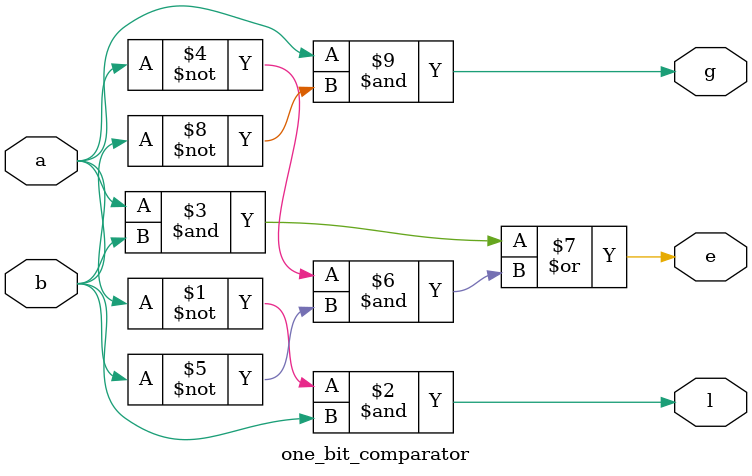
<source format=v>
module one_bit_comparator (a, b, l, e, g);

   input a;
   input b;
   
   output l;
   wire l;
   output e;
   wire e;
   output g;
   wire g;

   assign l = ~a & b;
   assign e = (a & b) | (~a & ~b);
   assign g = a & ~b;

endmodule

</source>
